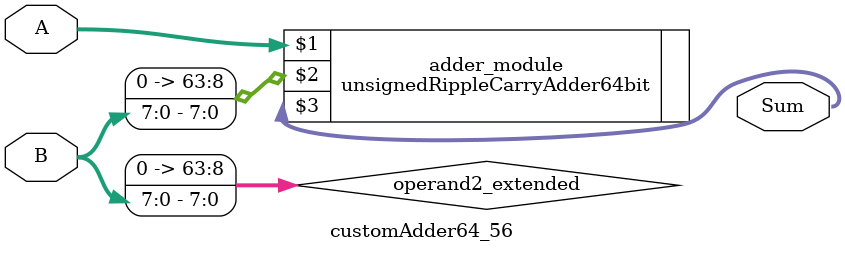
<source format=v>
module customAdder64_56(
                        input [63 : 0] A,
                        input [7 : 0] B,
                        
                        output [64 : 0] Sum
                );

        wire [63 : 0] operand2_extended;
        
        assign operand2_extended =  {56'b0, B};
        
        unsignedRippleCarryAdder64bit adder_module(
            A,
            operand2_extended,
            Sum
        );
        
        endmodule
        
</source>
